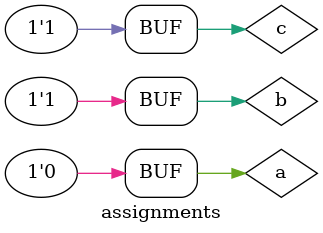
<source format=sv>
module assignments;

logic a,b,c,y;

initial
begin
	//{a,b,c} = 3'b000;
	#10;
	a = 1;
	#10;
	b = a;
	#10;
	c = b;
	#10;	
	a <= 0;
	#10;
	b <= a;
	#10;
	c <= b;
	#10;
end


endmodule 
</source>
